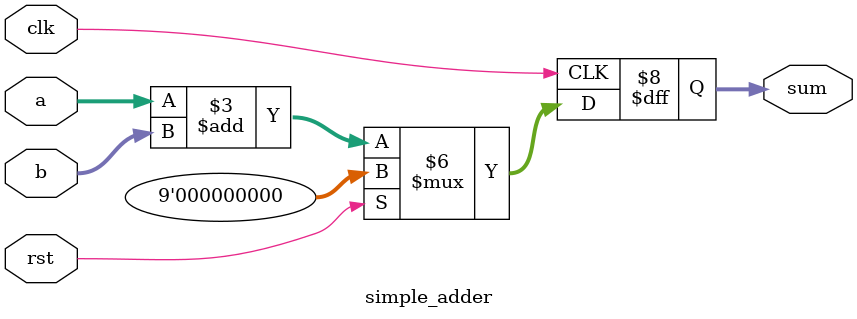
<source format=v>
module simple_adder (
    input  wire rst,
    input  wire clk,
    input  wire [7:0] a,
    input  wire [7:0] b,
    output reg [8:0] sum = 0
);

always @(posedge clk)
begin
    if(rst == 1)
        sum <= 0;
    else
        sum <= a + b;
end

endmodule
</source>
